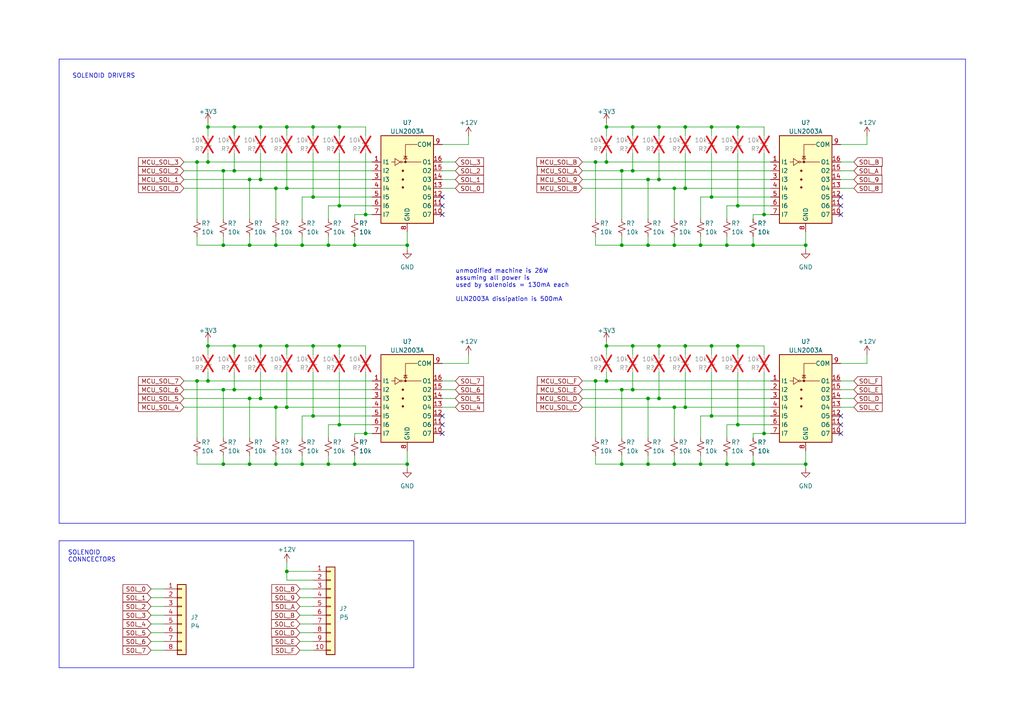
<source format=kicad_sch>
(kicad_sch (version 20230121) (generator eeschema)
  (paper "A4")
  (title_block (title "MECHANICAL INTERFACE") (date "2023-04-16") (rev "1.0") (company "matei repair lab"))
  (junction (at 64.77 134.62))
  (junction (at 60.325 36.83))
  (junction (at 175.895 100.33))
  (junction (at 106.045 125.73))
  (junction (at 198.755 36.83))
  (junction (at 118.11 134.62))
  (junction (at 206.375 120.65))
  (junction (at 203.2 71.12))
  (junction (at 83.185 36.83))
  (junction (at 102.87 134.62))
  (junction (at 195.58 134.62))
  (junction (at 72.39 52.07))
  (junction (at 175.895 110.49))
  (junction (at 183.515 36.83))
  (junction (at 180.34 113.03))
  (junction (at 213.995 123.19))
  (junction (at 64.77 49.53))
  (junction (at 206.375 36.83))
  (junction (at 75.565 100.33))
  (junction (at 180.34 71.12))
  (junction (at 95.25 71.12))
  (junction (at 206.375 100.33))
  (junction (at 83.185 100.33))
  (junction (at 175.895 46.99))
  (junction (at 198.755 54.61))
  (junction (at 191.135 36.83))
  (junction (at 57.15 110.49))
  (junction (at 183.515 113.03))
  (junction (at 98.425 59.69))
  (junction (at 195.58 71.12))
  (junction (at 67.945 36.83))
  (junction (at 187.96 52.07))
  (junction (at 98.425 123.19))
  (junction (at 83.185 54.61))
  (junction (at 72.39 115.57))
  (junction (at 213.995 59.69))
  (junction (at 60.325 110.49))
  (junction (at 191.135 52.07))
  (junction (at 90.805 57.15))
  (junction (at 118.11 71.12))
  (junction (at 210.82 71.12))
  (junction (at 206.375 57.15))
  (junction (at 60.325 46.99))
  (junction (at 67.945 113.03))
  (junction (at 106.045 62.23))
  (junction (at 80.01 118.11))
  (junction (at 72.39 134.62))
  (junction (at 221.615 62.23))
  (junction (at 198.755 118.11))
  (junction (at 64.77 71.12))
  (junction (at 75.565 52.07))
  (junction (at 87.63 71.12))
  (junction (at 57.15 46.99))
  (junction (at 75.565 36.83))
  (junction (at 183.515 49.53))
  (junction (at 83.185 165.735))
  (junction (at 195.58 118.11))
  (junction (at 172.72 46.99))
  (junction (at 198.755 100.33))
  (junction (at 183.515 100.33))
  (junction (at 180.34 49.53))
  (junction (at 67.945 100.33))
  (junction (at 218.44 71.12))
  (junction (at 83.185 118.11))
  (junction (at 191.135 100.33))
  (junction (at 210.82 134.62))
  (junction (at 90.805 36.83))
  (junction (at 75.565 115.57))
  (junction (at 98.425 100.33))
  (junction (at 221.615 125.73))
  (junction (at 102.87 71.12))
  (junction (at 98.425 36.83))
  (junction (at 233.68 134.62))
  (junction (at 90.805 100.33))
  (junction (at 60.325 100.33))
  (junction (at 80.01 54.61))
  (junction (at 172.72 110.49))
  (junction (at 64.77 113.03))
  (junction (at 80.01 71.12))
  (junction (at 213.995 36.83))
  (junction (at 191.135 115.57))
  (junction (at 213.995 100.33))
  (junction (at 195.58 54.61))
  (junction (at 203.2 134.62))
  (junction (at 233.68 71.12))
  (junction (at 180.34 134.62))
  (junction (at 95.25 134.62))
  (junction (at 80.01 134.62))
  (junction (at 67.945 49.53))
  (junction (at 72.39 71.12))
  (junction (at 87.63 134.62))
  (junction (at 187.96 134.62))
  (junction (at 187.96 115.57))
  (junction (at 218.44 134.62))
  (junction (at 187.96 71.12))
  (junction (at 90.805 120.65))
  (junction (at 175.895 36.83))
  (no_connect (at 243.84 59.69))
  (no_connect (at 128.27 120.65))
  (no_connect (at 243.84 120.65))
  (no_connect (at 128.27 57.15))
  (no_connect (at 243.84 62.23))
  (no_connect (at 243.84 57.15))
  (no_connect (at 128.27 125.73))
  (no_connect (at 128.27 59.69))
  (no_connect (at 128.27 62.23))
  (no_connect (at 243.84 125.73))
  (no_connect (at 128.27 123.19))
  (no_connect (at 243.84 123.19))
  (wire (pts (xy 195.58 54.61) (xy 198.755 54.61)))
  (wire (pts (xy 98.425 102.87) (xy 98.425 100.33)))
  (wire (pts (xy 102.87 132.08) (xy 102.87 134.62)))
  (wire (pts (xy 102.87 125.73) (xy 106.045 125.73)))
  (wire (pts (xy 90.805 39.37) (xy 90.805 36.83)))
  (wire (pts (xy 251.46 105.41) (xy 251.46 102.87)))
  (wire (pts (xy 198.755 107.95) (xy 198.755 118.11)))
  (wire (pts (xy 87.63 132.08) (xy 87.63 134.62)))
  (wire (pts (xy 213.995 36.83) (xy 206.375 36.83)))
  (wire (pts (xy 206.375 39.37) (xy 206.375 36.83)))
  (wire (pts (xy 218.44 68.58) (xy 218.44 71.12)))
  (wire (pts (xy 221.615 44.45) (xy 221.615 62.23)))
  (wire (pts (xy 187.96 127) (xy 187.96 115.57)))
  (wire (pts (xy 64.77 63.5) (xy 64.77 49.53)))
  (wire (pts (xy 60.325 35.56) (xy 60.325 36.83)))
  (wire (pts (xy 195.58 71.12) (xy 203.2 71.12)))
  (wire (pts (xy 206.375 102.87) (xy 206.375 100.33)))
  (wire (pts (xy 168.91 49.53) (xy 180.34 49.53)))
  (wire (pts (xy 213.995 44.45) (xy 213.995 59.69)))
  (wire (pts (xy 60.325 46.99) (xy 107.95 46.99)))
  (wire (pts (xy 210.82 123.19) (xy 213.995 123.19)))
  (wire (pts (xy 175.895 35.56) (xy 175.895 36.83)))
  (wire (pts (xy 187.96 71.12) (xy 195.58 71.12)))
  (wire (pts (xy 95.25 63.5) (xy 95.25 59.69)))
  (wire (pts (xy 180.34 132.08) (xy 180.34 134.62)))
  (wire (pts (xy 183.515 107.95) (xy 183.515 113.03)))
  (wire (pts (xy 221.615 36.83) (xy 213.995 36.83)))
  (wire (pts (xy 118.11 130.81) (xy 118.11 134.62)))
  (wire (pts (xy 221.615 39.37) (xy 221.615 36.83)))
  (wire (pts (xy 83.185 44.45) (xy 83.185 54.61)))
  (wire (pts (xy 83.185 168.275) (xy 90.805 168.275)))
  (wire (pts (xy 87.63 71.12) (xy 95.25 71.12)))
  (wire (pts (xy 233.68 130.81) (xy 233.68 134.62)))
  (wire (pts (xy 47.625 183.515) (xy 43.815 183.515)))
  (wire (pts (xy 83.185 107.95) (xy 83.185 118.11)))
  (wire (pts (xy 64.77 127) (xy 64.77 113.03)))
  (wire (pts (xy 243.84 105.41) (xy 251.46 105.41)))
  (wire (pts (xy 206.375 44.45) (xy 206.375 57.15)))
  (wire (pts (xy 206.375 57.15) (xy 223.52 57.15)))
  (wire (pts (xy 213.995 107.95) (xy 213.995 123.19)))
  (wire (pts (xy 64.77 68.58) (xy 64.77 71.12)))
  (wire (pts (xy 57.15 71.12) (xy 64.77 71.12)))
  (wire (pts (xy 243.84 110.49) (xy 247.65 110.49)))
  (wire (pts (xy 213.995 59.69) (xy 223.52 59.69)))
  (wire (pts (xy 80.01 54.61) (xy 83.185 54.61)))
  (wire (pts (xy 98.425 59.69) (xy 107.95 59.69)))
  (wire (pts (xy 135.89 105.41) (xy 128.27 105.41)))
  (wire (pts (xy 75.565 115.57) (xy 107.95 115.57)))
  (wire (pts (xy 95.25 123.19) (xy 98.425 123.19)))
  (wire (pts (xy 72.39 132.08) (xy 72.39 134.62)))
  (wire (pts (xy 221.615 125.73) (xy 223.52 125.73)))
  (wire (pts (xy 180.34 134.62) (xy 187.96 134.62)))
  (wire (pts (xy 67.945 39.37) (xy 67.945 36.83)))
  (wire (pts (xy 198.755 100.33) (xy 191.135 100.33)))
  (wire (pts (xy 187.96 134.62) (xy 195.58 134.62)))
  (wire (pts (xy 67.945 49.53) (xy 107.95 49.53)))
  (wire (pts (xy 80.01 68.58) (xy 80.01 71.12)))
  (wire (pts (xy 198.755 44.45) (xy 198.755 54.61)))
  (wire (pts (xy 106.045 36.83) (xy 98.425 36.83)))
  (wire (pts (xy 95.25 71.12) (xy 102.87 71.12)))
  (wire (pts (xy 168.91 54.61) (xy 195.58 54.61)))
  (wire (pts (xy 118.11 135.89) (xy 118.11 134.62)))
  (wire (pts (xy 83.185 163.195) (xy 83.185 165.735)))
  (wire (pts (xy 67.945 102.87) (xy 67.945 100.33)))
  (wire (pts (xy 175.895 110.49) (xy 223.52 110.49)))
  (wire (pts (xy 175.895 102.87) (xy 175.895 100.33)))
  (wire (pts (xy 175.895 44.45) (xy 175.895 46.99)))
  (wire (pts (xy 72.39 134.62) (xy 80.01 134.62)))
  (wire (pts (xy 102.87 62.23) (xy 106.045 62.23)))
  (wire (pts (xy 57.15 127) (xy 57.15 110.49)))
  (wire (pts (xy 198.755 39.37) (xy 198.755 36.83)))
  (wire (pts (xy 83.185 36.83) (xy 75.565 36.83)))
  (wire (pts (xy 172.72 68.58) (xy 172.72 71.12)))
  (wire (pts (xy 168.91 110.49) (xy 172.72 110.49)))
  (wire (pts (xy 75.565 102.87) (xy 75.565 100.33)))
  (wire (pts (xy 187.96 63.5) (xy 187.96 52.07)))
  (wire (pts (xy 106.045 100.33) (xy 98.425 100.33)))
  (wire (pts (xy 90.805 188.595) (xy 86.995 188.595)))
  (wire (pts (xy 243.84 49.53) (xy 247.65 49.53)))
  (wire (pts (xy 195.58 63.5) (xy 195.58 54.61)))
  (wire (pts (xy 106.045 39.37) (xy 106.045 36.83)))
  (wire (pts (xy 57.15 46.99) (xy 60.325 46.99)))
  (wire (pts (xy 90.805 100.33) (xy 83.185 100.33)))
  (wire (pts (xy 187.96 68.58) (xy 187.96 71.12)))
  (wire (pts (xy 206.375 100.33) (xy 198.755 100.33)))
  (wire (pts (xy 98.425 100.33) (xy 90.805 100.33)))
  (wire (pts (xy 75.565 52.07) (xy 107.95 52.07)))
  (wire (pts (xy 57.15 132.08) (xy 57.15 134.62)))
  (wire (pts (xy 175.895 99.06) (xy 175.895 100.33)))
  (wire (pts (xy 80.01 63.5) (xy 80.01 54.61)))
  (polyline (pts (xy 17.145 193.675) (xy 120.015 193.675)))
  (wire (pts (xy 198.755 118.11) (xy 223.52 118.11)))
  (wire (pts (xy 98.425 123.19) (xy 107.95 123.19)))
  (wire (pts (xy 95.25 132.08) (xy 95.25 134.62)))
  (wire (pts (xy 183.515 113.03) (xy 223.52 113.03)))
  (wire (pts (xy 172.72 132.08) (xy 172.72 134.62)))
  (wire (pts (xy 90.805 180.975) (xy 86.995 180.975)))
  (wire (pts (xy 53.34 46.99) (xy 57.15 46.99)))
  (wire (pts (xy 83.185 165.735) (xy 90.805 165.735)))
  (wire (pts (xy 213.995 100.33) (xy 206.375 100.33)))
  (wire (pts (xy 128.27 49.53) (xy 132.08 49.53)))
  (wire (pts (xy 180.34 63.5) (xy 180.34 49.53)))
  (wire (pts (xy 102.87 127) (xy 102.87 125.73)))
  (wire (pts (xy 183.515 100.33) (xy 175.895 100.33)))
  (wire (pts (xy 168.91 115.57) (xy 187.96 115.57)))
  (wire (pts (xy 83.185 100.33) (xy 75.565 100.33)))
  (wire (pts (xy 191.135 115.57) (xy 223.52 115.57)))
  (wire (pts (xy 203.2 120.65) (xy 206.375 120.65)))
  (wire (pts (xy 67.945 113.03) (xy 107.95 113.03)))
  (wire (pts (xy 43.815 170.815) (xy 47.625 170.815)))
  (wire (pts (xy 128.27 118.11) (xy 132.08 118.11)))
  (wire (pts (xy 203.2 134.62) (xy 210.82 134.62)))
  (wire (pts (xy 87.63 63.5) (xy 87.63 57.15)))
  (wire (pts (xy 90.805 175.895) (xy 86.995 175.895)))
  (wire (pts (xy 187.96 132.08) (xy 187.96 134.62)))
  (wire (pts (xy 75.565 100.33) (xy 67.945 100.33)))
  (wire (pts (xy 206.375 107.95) (xy 206.375 120.65)))
  (wire (pts (xy 128.27 110.49) (xy 132.08 110.49)))
  (wire (pts (xy 195.58 134.62) (xy 203.2 134.62)))
  (wire (pts (xy 172.72 127) (xy 172.72 110.49)))
  (wire (pts (xy 168.91 46.99) (xy 172.72 46.99)))
  (wire (pts (xy 243.84 115.57) (xy 247.65 115.57)))
  (wire (pts (xy 243.84 118.11) (xy 247.65 118.11)))
  (wire (pts (xy 47.625 188.595) (xy 43.815 188.595)))
  (wire (pts (xy 53.34 52.07) (xy 72.39 52.07)))
  (wire (pts (xy 106.045 44.45) (xy 106.045 62.23)))
  (wire (pts (xy 72.39 115.57) (xy 75.565 115.57)))
  (wire (pts (xy 67.945 36.83) (xy 60.325 36.83)))
  (wire (pts (xy 83.185 54.61) (xy 107.95 54.61)))
  (polyline (pts (xy 120.015 193.675) (xy 120.015 156.845)))
  (wire (pts (xy 233.68 72.39) (xy 233.68 71.12)))
  (wire (pts (xy 180.34 68.58) (xy 180.34 71.12)))
  (wire (pts (xy 243.84 54.61) (xy 247.65 54.61)))
  (wire (pts (xy 135.89 102.87) (xy 135.89 105.41)))
  (wire (pts (xy 180.34 127) (xy 180.34 113.03)))
  (wire (pts (xy 218.44 71.12) (xy 233.68 71.12)))
  (wire (pts (xy 195.58 118.11) (xy 198.755 118.11)))
  (wire (pts (xy 210.82 127) (xy 210.82 123.19)))
  (wire (pts (xy 90.805 36.83) (xy 83.185 36.83)))
  (wire (pts (xy 67.945 100.33) (xy 60.325 100.33)))
  (wire (pts (xy 80.01 134.62) (xy 87.63 134.62)))
  (wire (pts (xy 180.34 71.12) (xy 187.96 71.12)))
  (wire (pts (xy 218.44 132.08) (xy 218.44 134.62)))
  (wire (pts (xy 72.39 52.07) (xy 75.565 52.07)))
  (wire (pts (xy 233.68 67.31) (xy 233.68 71.12)))
  (wire (pts (xy 60.325 44.45) (xy 60.325 46.99)))
  (wire (pts (xy 87.63 134.62) (xy 95.25 134.62)))
  (wire (pts (xy 203.2 57.15) (xy 206.375 57.15)))
  (wire (pts (xy 98.425 36.83) (xy 90.805 36.83)))
  (wire (pts (xy 187.96 52.07) (xy 191.135 52.07)))
  (wire (pts (xy 172.72 71.12) (xy 180.34 71.12)))
  (wire (pts (xy 67.945 44.45) (xy 67.945 49.53)))
  (wire (pts (xy 53.34 110.49) (xy 57.15 110.49)))
  (polyline (pts (xy 17.145 156.845) (xy 17.145 193.675)))
  (wire (pts (xy 90.805 173.355) (xy 86.995 173.355)))
  (wire (pts (xy 198.755 102.87) (xy 198.755 100.33)))
  (wire (pts (xy 203.2 71.12) (xy 210.82 71.12)))
  (wire (pts (xy 87.63 57.15) (xy 90.805 57.15)))
  (polyline (pts (xy 17.145 151.765) (xy 280.035 151.765)))
  (wire (pts (xy 53.34 113.03) (xy 64.77 113.03)))
  (wire (pts (xy 243.84 52.07) (xy 247.65 52.07)))
  (wire (pts (xy 83.185 39.37) (xy 83.185 36.83)))
  (wire (pts (xy 210.82 59.69) (xy 213.995 59.69)))
  (wire (pts (xy 206.375 120.65) (xy 223.52 120.65)))
  (wire (pts (xy 72.39 63.5) (xy 72.39 52.07)))
  (wire (pts (xy 198.755 36.83) (xy 191.135 36.83)))
  (wire (pts (xy 128.27 113.03) (xy 132.08 113.03)))
  (wire (pts (xy 218.44 125.73) (xy 221.615 125.73)))
  (wire (pts (xy 183.515 102.87) (xy 183.515 100.33)))
  (wire (pts (xy 60.325 102.87) (xy 60.325 100.33)))
  (wire (pts (xy 87.63 120.65) (xy 90.805 120.65)))
  (wire (pts (xy 210.82 132.08) (xy 210.82 134.62)))
  (wire (pts (xy 172.72 110.49) (xy 175.895 110.49)))
  (wire (pts (xy 195.58 127) (xy 195.58 118.11)))
  (wire (pts (xy 102.87 63.5) (xy 102.87 62.23)))
  (wire (pts (xy 47.625 175.895) (xy 43.815 175.895)))
  (wire (pts (xy 172.72 63.5) (xy 172.72 46.99)))
  (wire (pts (xy 191.135 44.45) (xy 191.135 52.07)))
  (wire (pts (xy 53.34 115.57) (xy 72.39 115.57)))
  (wire (pts (xy 75.565 36.83) (xy 67.945 36.83)))
  (wire (pts (xy 118.11 67.31) (xy 118.11 71.12)))
  (wire (pts (xy 243.84 46.99) (xy 247.65 46.99)))
  (polyline (pts (xy 17.145 17.145) (xy 280.035 17.145)))
  (wire (pts (xy 57.15 68.58) (xy 57.15 71.12)))
  (wire (pts (xy 102.87 68.58) (xy 102.87 71.12)))
  (wire (pts (xy 203.2 132.08) (xy 203.2 134.62)))
  (wire (pts (xy 60.325 110.49) (xy 107.95 110.49)))
  (wire (pts (xy 175.895 39.37) (xy 175.895 36.83)))
  (polyline (pts (xy 280.035 151.765) (xy 280.035 17.145)))
  (wire (pts (xy 218.44 62.23) (xy 221.615 62.23)))
  (wire (pts (xy 47.625 180.975) (xy 43.815 180.975)))
  (wire (pts (xy 75.565 39.37) (xy 75.565 36.83)))
  (wire (pts (xy 191.135 39.37) (xy 191.135 36.83)))
  (wire (pts (xy 218.44 63.5) (xy 218.44 62.23)))
  (wire (pts (xy 64.77 71.12) (xy 72.39 71.12)))
  (wire (pts (xy 213.995 39.37) (xy 213.995 36.83)))
  (wire (pts (xy 90.805 170.815) (xy 86.995 170.815)))
  (wire (pts (xy 83.185 102.87) (xy 83.185 100.33)))
  (wire (pts (xy 172.72 46.99) (xy 175.895 46.99)))
  (wire (pts (xy 90.805 57.15) (xy 107.95 57.15)))
  (wire (pts (xy 98.425 39.37) (xy 98.425 36.83)))
  (wire (pts (xy 64.77 132.08) (xy 64.77 134.62)))
  (wire (pts (xy 233.68 135.89) (xy 233.68 134.62)))
  (wire (pts (xy 175.895 107.95) (xy 175.895 110.49)))
  (wire (pts (xy 168.91 113.03) (xy 180.34 113.03)))
  (wire (pts (xy 210.82 71.12) (xy 218.44 71.12)))
  (wire (pts (xy 90.805 183.515) (xy 86.995 183.515)))
  (wire (pts (xy 106.045 62.23) (xy 107.95 62.23)))
  (wire (pts (xy 75.565 44.45) (xy 75.565 52.07)))
  (wire (pts (xy 64.77 134.62) (xy 72.39 134.62)))
  (wire (pts (xy 221.615 62.23) (xy 223.52 62.23)))
  (wire (pts (xy 60.325 39.37) (xy 60.325 36.83)))
  (wire (pts (xy 206.375 36.83) (xy 198.755 36.83)))
  (wire (pts (xy 210.82 63.5) (xy 210.82 59.69)))
  (wire (pts (xy 106.045 102.87) (xy 106.045 100.33)))
  (wire (pts (xy 128.27 46.99) (xy 132.08 46.99)))
  (wire (pts (xy 87.63 68.58) (xy 87.63 71.12)))
  (wire (pts (xy 128.27 52.07) (xy 132.08 52.07)))
  (wire (pts (xy 135.89 41.91) (xy 128.27 41.91)))
  (wire (pts (xy 90.805 44.45) (xy 90.805 57.15)))
  (wire (pts (xy 218.44 134.62) (xy 233.68 134.62)))
  (wire (pts (xy 187.96 115.57) (xy 191.135 115.57)))
  (wire (pts (xy 203.2 127) (xy 203.2 120.65)))
  (wire (pts (xy 180.34 49.53) (xy 183.515 49.53)))
  (wire (pts (xy 90.805 178.435) (xy 86.995 178.435)))
  (wire (pts (xy 221.615 107.95) (xy 221.615 125.73)))
  (wire (pts (xy 87.63 127) (xy 87.63 120.65)))
  (wire (pts (xy 203.2 68.58) (xy 203.2 71.12)))
  (wire (pts (xy 251.46 41.91) (xy 243.84 41.91)))
  (wire (pts (xy 72.39 68.58) (xy 72.39 71.12)))
  (wire (pts (xy 95.25 127) (xy 95.25 123.19)))
  (wire (pts (xy 95.25 59.69) (xy 98.425 59.69)))
  (wire (pts (xy 191.135 107.95) (xy 191.135 115.57)))
  (wire (pts (xy 191.135 100.33) (xy 183.515 100.33)))
  (wire (pts (xy 83.185 168.275) (xy 83.185 165.735)))
  (wire (pts (xy 135.89 39.37) (xy 135.89 41.91)))
  (wire (pts (xy 183.515 39.37) (xy 183.515 36.83)))
  (wire (pts (xy 191.135 36.83) (xy 183.515 36.83)))
  (wire (pts (xy 60.325 107.95) (xy 60.325 110.49)))
  (wire (pts (xy 198.755 54.61) (xy 223.52 54.61)))
  (wire (pts (xy 243.84 113.03) (xy 247.65 113.03)))
  (wire (pts (xy 80.01 127) (xy 80.01 118.11)))
  (wire (pts (xy 80.01 118.11) (xy 83.185 118.11)))
  (wire (pts (xy 221.615 102.87) (xy 221.615 100.33)))
  (polyline (pts (xy 17.145 156.845) (xy 120.015 156.845)))
  (wire (pts (xy 95.25 68.58) (xy 95.25 71.12)))
  (wire (pts (xy 98.425 107.95) (xy 98.425 123.19)))
  (wire (pts (xy 72.39 127) (xy 72.39 115.57)))
  (wire (pts (xy 102.87 134.62) (xy 118.11 134.62)))
  (wire (pts (xy 90.805 107.95) (xy 90.805 120.65)))
  (wire (pts (xy 53.34 118.11) (xy 80.01 118.11)))
  (wire (pts (xy 195.58 132.08) (xy 195.58 134.62)))
  (wire (pts (xy 57.15 110.49) (xy 60.325 110.49)))
  (wire (pts (xy 53.34 49.53) (xy 64.77 49.53)))
  (wire (pts (xy 67.945 107.95) (xy 67.945 113.03)))
  (wire (pts (xy 180.34 113.03) (xy 183.515 113.03)))
  (wire (pts (xy 168.91 52.07) (xy 187.96 52.07)))
  (wire (pts (xy 64.77 113.03) (xy 67.945 113.03)))
  (wire (pts (xy 80.01 132.08) (xy 80.01 134.62)))
  (wire (pts (xy 106.045 125.73) (xy 107.95 125.73)))
  (wire (pts (xy 128.27 54.61) (xy 132.08 54.61)))
  (wire (pts (xy 251.46 39.37) (xy 251.46 41.91)))
  (wire (pts (xy 57.15 134.62) (xy 64.77 134.62)))
  (wire (pts (xy 218.44 127) (xy 218.44 125.73)))
  (wire (pts (xy 183.515 49.53) (xy 223.52 49.53)))
  (wire (pts (xy 210.82 134.62) (xy 218.44 134.62)))
  (wire (pts (xy 102.87 71.12) (xy 118.11 71.12)))
  (wire (pts (xy 60.325 99.06) (xy 60.325 100.33)))
  (wire (pts (xy 64.77 49.53) (xy 67.945 49.53)))
  (wire (pts (xy 118.11 72.39) (xy 118.11 71.12)))
  (wire (pts (xy 47.625 178.435) (xy 43.815 178.435)))
  (wire (pts (xy 203.2 63.5) (xy 203.2 57.15)))
  (wire (pts (xy 213.995 123.19) (xy 223.52 123.19)))
  (wire (pts (xy 80.01 71.12) (xy 87.63 71.12)))
  (wire (pts (xy 183.515 44.45) (xy 183.515 49.53)))
  (wire (pts (xy 47.625 186.055) (xy 43.815 186.055)))
  (wire (pts (xy 183.515 36.83) (xy 175.895 36.83)))
  (wire (pts (xy 210.82 68.58) (xy 210.82 71.12)))
  (wire (pts (xy 90.805 120.65) (xy 107.95 120.65)))
  (wire (pts (xy 172.72 134.62) (xy 180.34 134.62)))
  (wire (pts (xy 47.625 173.355) (xy 43.815 173.355)))
  (wire (pts (xy 90.805 102.87) (xy 90.805 100.33)))
  (wire (pts (xy 191.135 52.07) (xy 223.52 52.07)))
  (wire (pts (xy 213.995 102.87) (xy 213.995 100.33)))
  (wire (pts (xy 195.58 68.58) (xy 195.58 71.12)))
  (wire (pts (xy 90.805 186.055) (xy 86.995 186.055)))
  (wire (pts (xy 83.185 118.11) (xy 107.95 118.11)))
  (wire (pts (xy 175.895 46.99) (xy 223.52 46.99)))
  (wire (pts (xy 57.15 63.5) (xy 57.15 46.99)))
  (wire (pts (xy 75.565 107.95) (xy 75.565 115.57)))
  (wire (pts (xy 168.91 118.11) (xy 195.58 118.11)))
  (wire (pts (xy 95.25 134.62) (xy 102.87 134.62)))
  (wire (pts (xy 98.425 44.45) (xy 98.425 59.69)))
  (wire (pts (xy 106.045 107.95) (xy 106.045 125.73)))
  (wire (pts (xy 128.27 115.57) (xy 132.08 115.57)))
  (polyline (pts (xy 17.145 17.145) (xy 17.145 151.765)))
  (wire (pts (xy 191.135 102.87) (xy 191.135 100.33)))
  (wire (pts (xy 53.34 54.61) (xy 80.01 54.61)))
  (wire (pts (xy 221.615 100.33) (xy 213.995 100.33)))
  (wire (pts (xy 72.39 71.12) (xy 80.01 71.12)))
  (text "unmodified machine is 26W\nassuming all power is \nused by solenoids = 130mA each\n\nULN2003A dissipation is 500mA\n" (at 132.08 87.63 0) (effects (font (size 1.27 1.27)) (justify left bottom)))
  (text "SOLENOID DRIVERS" (at 20.955 22.86 0) (effects (font (size 1.27 1.27)) (justify left bottom)))
  (text "SOLENOID \nCONNCECTORS" (at 19.685 163.195 0) (effects (font (size 1.27 1.27)) (justify left bottom)))
  (global_label "SOL_3" (shape input) (at 43.815 178.435 180) (property "Intersheetrefs" "${INTERSHEET_REFS}" (effects hide)))
  (global_label "MCU_SOL_9" (shape input) (at 168.91 52.07 180) (property "Intersheetrefs" "${INTERSHEET_REFS}" (effects hide)))
  (global_label "MCU_SOL_8" (shape input) (at 168.91 54.61 180) (property "Intersheetrefs" "${INTERSHEET_REFS}" (effects hide)))
  (global_label "SOL_2" (shape input) (at 132.08 49.53 0) (property "Intersheetrefs" "${INTERSHEET_REFS}" (effects hide)))
  (global_label "MCU_SOL_D" (shape input) (at 168.91 115.57 180) (property "Intersheetrefs" "${INTERSHEET_REFS}" (effects hide)))
  (global_label "MCU_SOL_3" (shape input) (at 53.34 46.99 180) (property "Intersheetrefs" "${INTERSHEET_REFS}" (effects hide)))
  (global_label "SOL_1" (shape input) (at 43.815 173.355 180) (property "Intersheetrefs" "${INTERSHEET_REFS}" (effects hide)))
  (global_label "SOL_6" (shape input) (at 43.815 186.055 180) (property "Intersheetrefs" "${INTERSHEET_REFS}" (effects hide)))
  (global_label "SOL_B" (shape input) (at 86.995 178.435 180) (property "Intersheetrefs" "${INTERSHEET_REFS}" (effects hide)))
  (global_label "MCU_SOL_4" (shape input) (at 53.34 118.11 180) (property "Intersheetrefs" "${INTERSHEET_REFS}" (effects hide)))
  (global_label "SOL_1" (shape input) (at 132.08 52.07 0) (property "Intersheetrefs" "${INTERSHEET_REFS}" (effects hide)))
  (global_label "MCU_SOL_E" (shape input) (at 168.91 113.03 180) (property "Intersheetrefs" "${INTERSHEET_REFS}" (effects hide)))
  (global_label "SOL_8" (shape input) (at 86.995 170.815 180) (property "Intersheetrefs" "${INTERSHEET_REFS}" (effects hide)))
  (global_label "MCU_SOL_0" (shape input) (at 53.34 54.61 180) (property "Intersheetrefs" "${INTERSHEET_REFS}" (effects hide)))
  (global_label "SOL_4" (shape input) (at 132.08 118.11 0) (property "Intersheetrefs" "${INTERSHEET_REFS}" (effects hide)))
  (global_label "SOL_E" (shape input) (at 247.65 113.03 0) (property "Intersheetrefs" "${INTERSHEET_REFS}" (effects hide)))
  (global_label "MCU_SOL_5" (shape input) (at 53.34 115.57 180) (property "Intersheetrefs" "${INTERSHEET_REFS}" (effects hide)))
  (global_label "SOL_3" (shape input) (at 132.08 46.99 0) (property "Intersheetrefs" "${INTERSHEET_REFS}" (effects hide)))
  (global_label "SOL_9" (shape input) (at 86.995 173.355 180) (property "Intersheetrefs" "${INTERSHEET_REFS}" (effects hide)))
  (global_label "MCU_SOL_1" (shape input) (at 53.34 52.07 180) (property "Intersheetrefs" "${INTERSHEET_REFS}" (effects hide)))
  (global_label "SOL_C" (shape input) (at 86.995 180.975 180) (property "Intersheetrefs" "${INTERSHEET_REFS}" (effects hide)))
  (global_label "SOL_5" (shape input) (at 43.815 183.515 180) (property "Intersheetrefs" "${INTERSHEET_REFS}" (effects hide)))
  (global_label "MCU_SOL_B" (shape input) (at 168.91 46.99 180) (property "Intersheetrefs" "${INTERSHEET_REFS}" (effects hide)))
  (global_label "SOL_7" (shape input) (at 132.08 110.49 0) (property "Intersheetrefs" "${INTERSHEET_REFS}" (effects hide)))
  (global_label "MCU_SOL_C" (shape input) (at 168.91 118.11 180) (property "Intersheetrefs" "${INTERSHEET_REFS}" (effects hide)))
  (global_label "MCU_SOL_F" (shape input) (at 168.91 110.49 180) (property "Intersheetrefs" "${INTERSHEET_REFS}" (effects hide)))
  (global_label "MCU_SOL_A" (shape input) (at 168.91 49.53 180) (property "Intersheetrefs" "${INTERSHEET_REFS}" (effects hide)))
  (global_label "SOL_F" (shape input) (at 86.995 188.595 180) (property "Intersheetrefs" "${INTERSHEET_REFS}" (effects hide)))
  (global_label "SOL_9" (shape input) (at 247.65 52.07 0) (property "Intersheetrefs" "${INTERSHEET_REFS}" (effects hide)))
  (global_label "SOL_5" (shape input) (at 132.08 115.57 0) (property "Intersheetrefs" "${INTERSHEET_REFS}" (effects hide)))
  (global_label "SOL_D" (shape input) (at 247.65 115.57 0) (property "Intersheetrefs" "${INTERSHEET_REFS}" (effects hide)))
  (global_label "MCU_SOL_2" (shape input) (at 53.34 49.53 180) (property "Intersheetrefs" "${INTERSHEET_REFS}" (effects hide)))
  (global_label "SOL_E" (shape input) (at 86.995 186.055 180) (property "Intersheetrefs" "${INTERSHEET_REFS}" (effects hide)))
  (global_label "SOL_D" (shape input) (at 86.995 183.515 180) (property "Intersheetrefs" "${INTERSHEET_REFS}" (effects hide)))
  (global_label "SOL_A" (shape input) (at 247.65 49.53 0) (property "Intersheetrefs" "${INTERSHEET_REFS}" (effects hide)))
  (global_label "SOL_C" (shape input) (at 247.65 118.11 0) (property "Intersheetrefs" "${INTERSHEET_REFS}" (effects hide)))
  (global_label "MCU_SOL_7" (shape input) (at 53.34 110.49 180) (property "Intersheetrefs" "${INTERSHEET_REFS}" (effects hide)))
  (global_label "SOL_7" (shape input) (at 43.815 188.595 180) (property "Intersheetrefs" "${INTERSHEET_REFS}" (effects hide)))
  (global_label "MCU_SOL_6" (shape input) (at 53.34 113.03 180) (property "Intersheetrefs" "${INTERSHEET_REFS}" (effects hide)))
  (global_label "SOL_4" (shape input) (at 43.815 180.975 180) (property "Intersheetrefs" "${INTERSHEET_REFS}" (effects hide)))
  (global_label "SOL_8" (shape input) (at 247.65 54.61 0) (property "Intersheetrefs" "${INTERSHEET_REFS}" (effects hide)))
  (global_label "SOL_0" (shape input) (at 132.08 54.61 0) (property "Intersheetrefs" "${INTERSHEET_REFS}" (effects hide)))
  (global_label "SOL_2" (shape input) (at 43.815 175.895 180) (property "Intersheetrefs" "${INTERSHEET_REFS}" (effects hide)))
  (global_label "SOL_6" (shape input) (at 132.08 113.03 0) (property "Intersheetrefs" "${INTERSHEET_REFS}" (effects hide)))
  (global_label "SOL_0" (shape input) (at 43.815 170.815 180) (property "Intersheetrefs" "${INTERSHEET_REFS}" (effects hide)))
  (global_label "SOL_F" (shape input) (at 247.65 110.49 0) (property "Intersheetrefs" "${INTERSHEET_REFS}" (effects hide)))
  (global_label "SOL_B" (shape input) (at 247.65 46.99 0) (property "Intersheetrefs" "${INTERSHEET_REFS}" (effects hide)))
  (global_label "SOL_A" (shape input) (at 86.995 175.895 180) (property "Intersheetrefs" "${INTERSHEET_REFS}" (effects hide)))
  (symbol (lib_id "Device:R_Small_US") (at 206.375 105.41 180) (unit 1) (in_bom no) (dnp yes)
    (property "Reference" "R?" (at 205.105 106.68 0) (effects (justify left)))
    (property "Value" "10k" (at 205.105 104.14 0) (effects (justify left)))
    (property "Footprint" "Resistor_SMD:R_0603_1608Metric" (effects hide))
    (instances (project "electronic-knitter" (path "" (reference "R?") (unit 1)) (path "" (reference "R248") (unit 1))))
  )
  (symbol (lib_id "Device:R_Small_US") (at 106.045 105.41 180) (unit 1) (in_bom no) (dnp yes)
    (property "Reference" "R?" (at 104.775 106.68 0) (effects (justify left)))
    (property "Value" "10k" (at 104.775 104.14 0) (effects (justify left)))
    (property "Footprint" "Resistor_SMD:R_0603_1608Metric" (effects hide))
    (instances (project "electronic-knitter" (path "" (reference "R?") (unit 1)) (path "" (reference "R228") (unit 1))))
  )
  (symbol (lib_id "Device:R_Small_US") (at 90.805 41.91 180) (unit 1) (in_bom no) (dnp yes)
    (property "Reference" "R?" (at 89.535 43.18 0) (effects (justify left)))
    (property "Value" "10k" (at 89.535 40.64 0) (effects (justify left)))
    (property "Footprint" "Resistor_SMD:R_0603_1608Metric" (effects hide))
    (instances (project "electronic-knitter" (path "" (reference "R?") (unit 1)) (path "" (reference "R219") (unit 1))))
  )
  (symbol (lib_id "power:GND") (at 233.68 72.39 0) (unit 1)
    (property "Reference" "#PWR0104" (effects hide))
    (property "Value" "GND" (at 233.68 77.47 0))
    (instances (project "electronic-knitter" (path "" (reference "#PWR0104") (unit 1)) (path "" (reference "#PWR0210") (unit 1))))
  )
  (symbol (lib_id "Device:R_Small_US") (at 203.2 66.04 0) (unit 1)
    (property "Reference" "R?" (at 204.47 64.77 0) (effects (justify left)))
    (property "Value" "10k" (at 204.47 67.31 0) (effects (justify left)))
    (property "Footprint" "Resistor_SMD:R_0603_1608Metric" (effects hide))
    (instances (project "electronic-knitter" (path "" (reference "R?") (unit 1)) (path "" (reference "R245") (unit 1))))
  )
  (symbol (lib_id "Transistor_Array:ULN2003A") (at 118.11 52.07 0) (unit 1)
    (property "Reference" "U?" (at 118.11 35.56 0))
    (property "Value" "ULN2003A" (at 118.11 38.1 0))
    (property "Footprint" "Package_SO:SOIC-16_3.9x9.9mm_P1.27mm" (effects hide))
    (property "Datasheet" "http://www.ti.com/lit/ds/symlink/uln2003a.pdf" (effects hide))
    (instances (project "electronic-knitter" (path "" (reference "U?") (unit 1)) (path "" (reference "U201") (unit 1))))
  )
  (symbol (lib_id "Device:R_Small_US") (at 87.63 66.04 0) (unit 1)
    (property "Reference" "R?" (at 88.9 64.77 0) (effects (justify left)))
    (property "Value" "10k" (at 88.9 67.31 0) (effects (justify left)))
    (property "Footprint" "Resistor_SMD:R_0603_1608Metric" (effects hide))
    (instances (project "electronic-knitter" (path "" (reference "R?") (unit 1)) (path "" (reference "R217") (unit 1))))
  )
  (symbol (lib_id "Device:R_Small_US") (at 95.25 129.54 0) (unit 1)
    (property "Reference" "R?" (at 96.52 128.27 0) (effects (justify left)))
    (property "Value" "10k" (at 96.52 130.81 0) (effects (justify left)))
    (property "Footprint" "Resistor_SMD:R_0603_1608Metric" (effects hide))
    (instances (project "electronic-knitter" (path "" (reference "R?") (unit 1)) (path "" (reference "R222") (unit 1))))
  )
  (symbol (lib_id "power:GND") (at 118.11 135.89 0) (unit 1)
    (property "Reference" "#PWR0101" (effects hide))
    (property "Value" "GND" (at 118.11 140.97 0))
    (instances (project "electronic-knitter" (path "" (reference "#PWR0101") (unit 1)) (path "" (reference "#PWR0205") (unit 1))))
  )
  (symbol (lib_id "Device:R_Small_US") (at 221.615 41.91 180) (unit 1) (in_bom no) (dnp yes)
    (property "Reference" "R?" (at 220.345 43.18 0) (effects (justify left)))
    (property "Value" "10k" (at 220.345 40.64 0) (effects (justify left)))
    (property "Footprint" "Resistor_SMD:R_0603_1608Metric" (effects hide))
    (instances (project "electronic-knitter" (path "" (reference "R?") (unit 1)) (path "" (reference "R255") (unit 1))))
  )
  (symbol (lib_id "power:GND") (at 233.68 135.89 0) (unit 1)
    (property "Reference" "#PWR0104" (effects hide))
    (property "Value" "GND" (at 233.68 140.97 0))
    (instances (project "electronic-knitter" (path "" (reference "#PWR0104") (unit 1)) (path "" (reference "#PWR0211") (unit 1))))
  )
  (symbol (lib_id "power:+3V3") (at 175.895 99.06 0) (unit 1)
    (property "Reference" "#PWR0209" (effects hide))
    (property "Value" "+3V3" (at 175.895 95.885 0))
  )
  (symbol (lib_id "Device:R_Small_US") (at 95.25 66.04 0) (unit 1)
    (property "Reference" "R?" (at 96.52 64.77 0) (effects (justify left)))
    (property "Value" "10k" (at 96.52 67.31 0) (effects (justify left)))
    (property "Footprint" "Resistor_SMD:R_0603_1608Metric" (effects hide))
    (instances (project "electronic-knitter" (path "" (reference "R?") (unit 1)) (path "" (reference "R221") (unit 1))))
  )
  (symbol (lib_id "Device:R_Small_US") (at 180.34 66.04 0) (unit 1)
    (property "Reference" "R?" (at 181.61 64.77 0) (effects (justify left)))
    (property "Value" "10k" (at 181.61 67.31 0) (effects (justify left)))
    (property "Footprint" "Resistor_SMD:R_0603_1608Metric" (effects hide))
    (instances (project "electronic-knitter" (path "" (reference "R?") (unit 1)) (path "" (reference "R233") (unit 1))))
  )
  (symbol (lib_id "Device:R_Small_US") (at 183.515 41.91 180) (unit 1) (in_bom no) (dnp yes)
    (property "Reference" "R?" (at 182.245 43.18 0) (effects (justify left)))
    (property "Value" "10k" (at 182.245 40.64 0) (effects (justify left)))
    (property "Footprint" "Resistor_SMD:R_0603_1608Metric" (effects hide))
    (instances (project "electronic-knitter" (path "" (reference "R?") (unit 1)) (path "" (reference "R235") (unit 1))))
  )
  (symbol (lib_id "Transistor_Array:ULN2003A") (at 118.11 115.57 0) (unit 1)
    (property "Reference" "U?" (at 118.11 99.06 0))
    (property "Value" "ULN2003A" (at 118.11 101.6 0))
    (property "Footprint" "Package_SO:SOIC-16_3.9x9.9mm_P1.27mm" (effects hide))
    (property "Datasheet" "http://www.ti.com/lit/ds/symlink/uln2003a.pdf" (effects hide))
    (instances (project "electronic-knitter" (path "" (reference "U?") (unit 1)) (path "" (reference "U202") (unit 1))))
  )
  (symbol (lib_id "Device:R_Small_US") (at 210.82 129.54 0) (unit 1)
    (property "Reference" "R?" (at 212.09 128.27 0) (effects (justify left)))
    (property "Value" "10k" (at 212.09 130.81 0) (effects (justify left)))
    (property "Footprint" "Resistor_SMD:R_0603_1608Metric" (effects hide))
    (instances (project "electronic-knitter" (path "" (reference "R?") (unit 1)) (path "" (reference "R250") (unit 1))))
  )
  (symbol (lib_id "Device:R_Small_US") (at 67.945 105.41 180) (unit 1) (in_bom no) (dnp yes)
    (property "Reference" "R?" (at 66.675 106.68 0) (effects (justify left)))
    (property "Value" "10k" (at 66.675 104.14 0) (effects (justify left)))
    (property "Footprint" "Resistor_SMD:R_0603_1608Metric" (effects hide))
    (instances (project "electronic-knitter" (path "" (reference "R?") (unit 1)) (path "" (reference "R208") (unit 1))))
  )
  (symbol (lib_id "Device:R_Small_US") (at 198.755 105.41 180) (unit 1) (in_bom no) (dnp yes)
    (property "Reference" "R?" (at 197.485 106.68 0) (effects (justify left)))
    (property "Value" "10k" (at 197.485 104.14 0) (effects (justify left)))
    (property "Footprint" "Resistor_SMD:R_0603_1608Metric" (effects hide))
    (instances (project "electronic-knitter" (path "" (reference "R?") (unit 1)) (path "" (reference "R244") (unit 1))))
  )
  (symbol (lib_id "Device:R_Small_US") (at 98.425 41.91 180) (unit 1) (in_bom no) (dnp yes)
    (property "Reference" "R?" (at 97.155 43.18 0) (effects (justify left)))
    (property "Value" "10k" (at 97.155 40.64 0) (effects (justify left)))
    (property "Footprint" "Resistor_SMD:R_0603_1608Metric" (effects hide))
    (instances (project "electronic-knitter" (path "" (reference "R?") (unit 1)) (path "" (reference "R223") (unit 1))))
  )
  (symbol (lib_id "Device:R_Small_US") (at 187.96 129.54 0) (unit 1)
    (property "Reference" "R?" (at 189.23 128.27 0) (effects (justify left)))
    (property "Value" "10k" (at 189.23 130.81 0) (effects (justify left)))
    (property "Footprint" "Resistor_SMD:R_0603_1608Metric" (effects hide))
    (instances (project "electronic-knitter" (path "" (reference "R?") (unit 1)) (path "" (reference "R238") (unit 1))))
  )
  (symbol (lib_id "Device:R_Small_US") (at 64.77 66.04 0) (unit 1)
    (property "Reference" "R?" (at 66.04 64.77 0) (effects (justify left)))
    (property "Value" "10k" (at 66.04 67.31 0) (effects (justify left)))
    (property "Footprint" "Resistor_SMD:R_0603_1608Metric" (effects hide))
    (instances (project "electronic-knitter" (path "" (reference "R?") (unit 1)) (path "" (reference "R205") (unit 1))))
  )
  (symbol (lib_id "Device:R_Small_US") (at 60.325 105.41 180) (unit 1) (in_bom no) (dnp yes)
    (property "Reference" "R?" (at 59.055 106.68 0) (effects (justify left)))
    (property "Value" "10k" (at 59.055 104.14 0) (effects (justify left)))
    (property "Footprint" "Resistor_SMD:R_0603_1608Metric" (effects hide))
    (instances (project "electronic-knitter" (path "" (reference "R?") (unit 1)) (path "" (reference "R204") (unit 1))))
  )
  (symbol (lib_id "Device:R_Small_US") (at 106.045 41.91 180) (unit 1) (in_bom no) (dnp yes)
    (property "Reference" "R?" (at 104.775 43.18 0) (effects (justify left)))
    (property "Value" "10k" (at 104.775 40.64 0) (effects (justify left)))
    (property "Footprint" "Resistor_SMD:R_0603_1608Metric" (effects hide))
    (instances (project "electronic-knitter" (path "" (reference "R?") (unit 1)) (path "" (reference "R227") (unit 1))))
  )
  (symbol (lib_id "Device:R_Small_US") (at 90.805 105.41 180) (unit 1) (in_bom no) (dnp yes)
    (property "Reference" "R?" (at 89.535 106.68 0) (effects (justify left)))
    (property "Value" "10k" (at 89.535 104.14 0) (effects (justify left)))
    (property "Footprint" "Resistor_SMD:R_0603_1608Metric" (effects hide))
    (instances (project "electronic-knitter" (path "" (reference "R?") (unit 1)) (path "" (reference "R220") (unit 1))))
  )
  (symbol (lib_id "Device:R_Small_US") (at 83.185 105.41 180) (unit 1) (in_bom no) (dnp yes)
    (property "Reference" "R?" (at 81.915 106.68 0) (effects (justify left)))
    (property "Value" "10k" (at 81.915 104.14 0) (effects (justify left)))
    (property "Footprint" "Resistor_SMD:R_0603_1608Metric" (effects hide))
    (instances (project "electronic-knitter" (path "" (reference "R?") (unit 1)) (path "" (reference "R216") (unit 1))))
  )
  (symbol (lib_id "Device:R_Small_US") (at 64.77 129.54 0) (unit 1)
    (property "Reference" "R?" (at 66.04 128.27 0) (effects (justify left)))
    (property "Value" "10k" (at 66.04 130.81 0) (effects (justify left)))
    (property "Footprint" "Resistor_SMD:R_0603_1608Metric" (effects hide))
    (instances (project "electronic-knitter" (path "" (reference "R?") (unit 1)) (path "" (reference "R206") (unit 1))))
  )
  (symbol (lib_id "Device:R_Small_US") (at 175.895 41.91 180) (unit 1) (in_bom no) (dnp yes)
    (property "Reference" "R?" (at 174.625 43.18 0) (effects (justify left)))
    (property "Value" "10k" (at 174.625 40.64 0) (effects (justify left)))
    (property "Footprint" "Resistor_SMD:R_0603_1608Metric" (effects hide))
    (instances (project "electronic-knitter" (path "" (reference "R?") (unit 1)) (path "" (reference "R231") (unit 1))))
  )
  (symbol (lib_id "Device:R_Small_US") (at 75.565 105.41 180) (unit 1) (in_bom no) (dnp yes)
    (property "Reference" "R?" (at 74.295 106.68 0) (effects (justify left)))
    (property "Value" "10k" (at 74.295 104.14 0) (effects (justify left)))
    (property "Footprint" "Resistor_SMD:R_0603_1608Metric" (effects hide))
    (instances (project "electronic-knitter" (path "" (reference "R?") (unit 1)) (path "" (reference "R212") (unit 1))))
  )
  (symbol (lib_id "power:+3V3") (at 60.325 99.06 0) (unit 1)
    (property "Reference" "#PWR0202" (effects hide))
    (property "Value" "+3V3" (at 60.325 95.885 0))
  )
  (symbol (lib_id "Device:R_Small_US") (at 67.945 41.91 180) (unit 1) (in_bom no) (dnp yes)
    (property "Reference" "R?" (at 66.675 43.18 0) (effects (justify left)))
    (property "Value" "10k" (at 66.675 40.64 0) (effects (justify left)))
    (property "Footprint" "Resistor_SMD:R_0603_1608Metric" (effects hide))
    (instances (project "electronic-knitter" (path "" (reference "R?") (unit 1)) (path "" (reference "R207") (unit 1))))
  )
  (symbol (lib_id "Device:R_Small_US") (at 72.39 66.04 0) (unit 1)
    (property "Reference" "R?" (at 73.66 64.77 0) (effects (justify left)))
    (property "Value" "10k" (at 73.66 67.31 0) (effects (justify left)))
    (property "Footprint" "Resistor_SMD:R_0603_1608Metric" (effects hide))
    (instances (project "electronic-knitter" (path "" (reference "R?") (unit 1)) (path "" (reference "R209") (unit 1))))
  )
  (symbol (lib_id "power:+12V") (at 83.185 163.195 0) (mirror y) (unit 1)
    (property "Reference" "#PWR0105" (effects hide))
    (property "Value" "+12V" (at 83.185 159.385 0))
    (instances (project "electronic-knitter" (path "" (reference "#PWR0105") (unit 1)) (path "" (reference "#PWR0401") (unit 1)) (path "" (reference "#PWR0203") (unit 1))))
  )
  (symbol (lib_id "Device:R_Small_US") (at 187.96 66.04 0) (unit 1)
    (property "Reference" "R?" (at 189.23 64.77 0) (effects (justify left)))
    (property "Value" "10k" (at 189.23 67.31 0) (effects (justify left)))
    (property "Footprint" "Resistor_SMD:R_0603_1608Metric" (effects hide))
    (instances (project "electronic-knitter" (path "" (reference "R?") (unit 1)) (path "" (reference "R237") (unit 1))))
  )
  (symbol (lib_id "Device:R_Small_US") (at 198.755 41.91 180) (unit 1) (in_bom no) (dnp yes)
    (property "Reference" "R?" (at 197.485 43.18 0) (effects (justify left)))
    (property "Value" "10k" (at 197.485 40.64 0) (effects (justify left)))
    (property "Footprint" "Resistor_SMD:R_0603_1608Metric" (effects hide))
    (instances (project "electronic-knitter" (path "" (reference "R?") (unit 1)) (path "" (reference "R243") (unit 1))))
  )
  (symbol (lib_id "Device:R_Small_US") (at 75.565 41.91 180) (unit 1) (in_bom no) (dnp yes)
    (property "Reference" "R?" (at 74.295 43.18 0) (effects (justify left)))
    (property "Value" "10k" (at 74.295 40.64 0) (effects (justify left)))
    (property "Footprint" "Resistor_SMD:R_0603_1608Metric" (effects hide))
    (instances (project "electronic-knitter" (path "" (reference "R?") (unit 1)) (path "" (reference "R211") (unit 1))))
  )
  (symbol (lib_id "Device:R_Small_US") (at 172.72 66.04 0) (unit 1)
    (property "Reference" "R?" (at 173.99 64.77 0) (effects (justify left)))
    (property "Value" "10k" (at 173.99 67.31 0) (effects (justify left)))
    (property "Footprint" "Resistor_SMD:R_0603_1608Metric" (effects hide))
    (instances (project "electronic-knitter" (path "" (reference "R?") (unit 1)) (path "" (reference "R229") (unit 1))))
  )
  (symbol (lib_id "power:+12V") (at 135.89 39.37 0) (unit 1)
    (property "Reference" "#PWR0103" (effects hide))
    (property "Value" "+12V" (at 135.89 35.56 0))
    (instances (project "electronic-knitter" (path "" (reference "#PWR0103") (unit 1)) (path "" (reference "#PWR0206") (unit 1))))
  )
  (symbol (lib_id "Transistor_Array:ULN2003A") (at 233.68 115.57 0) (unit 1)
    (property "Reference" "U?" (at 233.68 99.06 0))
    (property "Value" "ULN2003A" (at 233.68 101.6 0))
    (property "Footprint" "Package_SO:SOIC-16_3.9x9.9mm_P1.27mm" (effects hide))
    (property "Datasheet" "http://www.ti.com/lit/ds/symlink/uln2003a.pdf" (effects hide))
    (instances (project "electronic-knitter" (path "" (reference "U?") (unit 1)) (path "" (reference "U204") (unit 1))))
  )
  (symbol (lib_id "power:GND") (at 118.11 72.39 0) (unit 1)
    (property "Reference" "#PWR0102" (effects hide))
    (property "Value" "GND" (at 118.11 77.47 0))
    (instances (project "electronic-knitter" (path "" (reference "#PWR0102") (unit 1)) (path "" (reference "#PWR0204") (unit 1))))
  )
  (symbol (lib_id "Device:R_Small_US") (at 102.87 129.54 0) (unit 1)
    (property "Reference" "R?" (at 104.14 128.27 0) (effects (justify left)))
    (property "Value" "10k" (at 104.14 130.81 0) (effects (justify left)))
    (property "Footprint" "Resistor_SMD:R_0603_1608Metric" (effects hide))
    (instances (project "electronic-knitter" (path "" (reference "R?") (unit 1)) (path "" (reference "R226") (unit 1))))
  )
  (symbol (lib_id "Device:R_Small_US") (at 80.01 129.54 0) (unit 1)
    (property "Reference" "R?" (at 81.28 128.27 0) (effects (justify left)))
    (property "Value" "10k" (at 81.28 130.81 0) (effects (justify left)))
    (property "Footprint" "Resistor_SMD:R_0603_1608Metric" (effects hide))
    (instances (project "electronic-knitter" (path "" (reference "R?") (unit 1)) (path "" (reference "R214") (unit 1))))
  )
  (symbol (lib_id "Device:R_Small_US") (at 80.01 66.04 0) (unit 1)
    (property "Reference" "R?" (at 81.28 64.77 0) (effects (justify left)))
    (property "Value" "10k" (at 81.28 67.31 0) (effects (justify left)))
    (property "Footprint" "Resistor_SMD:R_0603_1608Metric" (effects hide))
    (instances (project "electronic-knitter" (path "" (reference "R?") (unit 1)) (path "" (reference "R213") (unit 1))))
  )
  (symbol (lib_id "power:+12V") (at 135.89 102.87 0) (unit 1)
    (property "Reference" "#PWR0105" (effects hide))
    (property "Value" "+12V" (at 135.89 99.06 0))
    (instances (project "electronic-knitter" (path "" (reference "#PWR0105") (unit 1)) (path "" (reference "#PWR0207") (unit 1))))
  )
  (symbol (lib_id "Device:R_Small_US") (at 203.2 129.54 0) (unit 1)
    (property "Reference" "R?" (at 204.47 128.27 0) (effects (justify left)))
    (property "Value" "10k" (at 204.47 130.81 0) (effects (justify left)))
    (property "Footprint" "Resistor_SMD:R_0603_1608Metric" (effects hide))
    (instances (project "electronic-knitter" (path "" (reference "R?") (unit 1)) (path "" (reference "R246") (unit 1))))
  )
  (symbol (lib_id "Device:R_Small_US") (at 183.515 105.41 180) (unit 1) (in_bom no) (dnp yes)
    (property "Reference" "R?" (at 182.245 106.68 0) (effects (justify left)))
    (property "Value" "10k" (at 182.245 104.14 0) (effects (justify left)))
    (property "Footprint" "Resistor_SMD:R_0603_1608Metric" (effects hide))
    (instances (project "electronic-knitter" (path "" (reference "R?") (unit 1)) (path "" (reference "R236") (unit 1))))
  )
  (symbol (lib_id "Device:R_Small_US") (at 102.87 66.04 0) (unit 1)
    (property "Reference" "R?" (at 104.14 64.77 0) (effects (justify left)))
    (property "Value" "10k" (at 104.14 67.31 0) (effects (justify left)))
    (property "Footprint" "Resistor_SMD:R_0603_1608Metric" (effects hide))
    (instances (project "electronic-knitter" (path "" (reference "R?") (unit 1)) (path "" (reference "R225") (unit 1))))
  )
  (symbol (lib_id "Device:R_Small_US") (at 72.39 129.54 0) (unit 1)
    (property "Reference" "R?" (at 73.66 128.27 0) (effects (justify left)))
    (property "Value" "10k" (at 73.66 130.81 0) (effects (justify left)))
    (property "Footprint" "Resistor_SMD:R_0603_1608Metric" (effects hide))
    (instances (project "electronic-knitter" (path "" (reference "R?") (unit 1)) (path "" (reference "R210") (unit 1))))
  )
  (symbol (lib_id "Device:R_Small_US") (at 98.425 105.41 180) (unit 1) (in_bom no) (dnp yes)
    (property "Reference" "R?" (at 97.155 106.68 0) (effects (justify left)))
    (property "Value" "10k" (at 97.155 104.14 0) (effects (justify left)))
    (property "Footprint" "Resistor_SMD:R_0603_1608Metric" (effects hide))
    (instances (project "electronic-knitter" (path "" (reference "R?") (unit 1)) (path "" (reference "R224") (unit 1))))
  )
  (symbol (lib_id "Transistor_Array:ULN2003A") (at 233.68 52.07 0) (unit 1)
    (property "Reference" "U?" (at 233.68 35.56 0))
    (property "Value" "ULN2003A" (at 233.68 38.1 0))
    (property "Footprint" "Package_SO:SOIC-16_3.9x9.9mm_P1.27mm" (effects hide))
    (property "Datasheet" "http://www.ti.com/lit/ds/symlink/uln2003a.pdf" (effects hide))
    (instances (project "electronic-knitter" (path "" (reference "U?") (unit 1)) (path "" (reference "U203") (unit 1))))
  )
  (symbol (lib_id "Device:R_Small_US") (at 218.44 66.04 0) (unit 1)
    (property "Reference" "R?" (at 219.71 64.77 0) (effects (justify left)))
    (property "Value" "10k" (at 219.71 67.31 0) (effects (justify left)))
    (property "Footprint" "Resistor_SMD:R_0603_1608Metric" (effects hide))
    (instances (project "electronic-knitter" (path "" (reference "R?") (unit 1)) (path "" (reference "R253") (unit 1))))
  )
  (symbol (lib_id "power:+12V") (at 251.46 39.37 0) (unit 1)
    (property "Reference" "#PWR0106" (effects hide))
    (property "Value" "+12V" (at 251.46 35.56 0))
    (instances (project "electronic-knitter" (path "" (reference "#PWR0106") (unit 1)) (path "" (reference "#PWR0212") (unit 1))))
  )
  (symbol (lib_id "Device:R_Small_US") (at 57.15 66.04 0) (unit 1)
    (property "Reference" "R?" (at 58.42 64.77 0) (effects (justify left)))
    (property "Value" "10k" (at 58.42 67.31 0) (effects (justify left)))
    (property "Footprint" "Resistor_SMD:R_0603_1608Metric" (effects hide))
    (instances (project "electronic-knitter" (path "" (reference "R?") (unit 1)) (path "" (reference "R201") (unit 1))))
  )
  (symbol (lib_id "Device:R_Small_US") (at 83.185 41.91 180) (unit 1) (in_bom no) (dnp yes)
    (property "Reference" "R?" (at 81.915 43.18 0) (effects (justify left)))
    (property "Value" "10k" (at 81.915 40.64 0) (effects (justify left)))
    (property "Footprint" "Resistor_SMD:R_0603_1608Metric" (effects hide))
    (instances (project "electronic-knitter" (path "" (reference "R?") (unit 1)) (path "" (reference "R215") (unit 1))))
  )
  (symbol (lib_id "Device:R_Small_US") (at 195.58 129.54 0) (unit 1)
    (property "Reference" "R?" (at 196.85 128.27 0) (effects (justify left)))
    (property "Value" "10k" (at 196.85 130.81 0) (effects (justify left)))
    (property "Footprint" "Resistor_SMD:R_0603_1608Metric" (effects hide))
    (instances (project "electronic-knitter" (path "" (reference "R?") (unit 1)) (path "" (reference "R242") (unit 1))))
  )
  (symbol (lib_id "Device:R_Small_US") (at 191.135 105.41 180) (unit 1) (in_bom no) (dnp yes)
    (property "Reference" "R?" (at 189.865 106.68 0) (effects (justify left)))
    (property "Value" "10k" (at 189.865 104.14 0) (effects (justify left)))
    (property "Footprint" "Resistor_SMD:R_0603_1608Metric" (effects hide))
    (instances (project "electronic-knitter" (path "" (reference "R?") (unit 1)) (path "" (reference "R240") (unit 1))))
  )
  (symbol (lib_id "Device:R_Small_US") (at 172.72 129.54 0) (unit 1)
    (property "Reference" "R?" (at 173.99 128.27 0) (effects (justify left)))
    (property "Value" "10k" (at 173.99 130.81 0) (effects (justify left)))
    (property "Footprint" "Resistor_SMD:R_0603_1608Metric" (effects hide))
    (instances (project "electronic-knitter" (path "" (reference "R?") (unit 1)) (path "" (reference "R230") (unit 1))))
  )
  (symbol (lib_id "Device:R_Small_US") (at 60.325 41.91 180) (unit 1) (in_bom no) (dnp yes)
    (property "Reference" "R?" (at 59.055 43.18 0) (effects (justify left)))
    (property "Value" "10k" (at 59.055 40.64 0) (effects (justify left)))
    (property "Footprint" "Resistor_SMD:R_0603_1608Metric" (effects hide))
    (instances (project "electronic-knitter" (path "" (reference "R?") (unit 1)) (path "" (reference "R203") (unit 1))))
  )
  (symbol (lib_id "Connector_Generic:Conn_01x08") (at 52.705 178.435 0) (unit 1) (in_bom no)
    (property "Reference" "J?" (at 55.245 179.07 0) (effects (justify left)))
    (property "Value" "P4" (at 55.245 181.61 0) (effects (justify left)))
    (property "Footprint" "Connector_JST:JST_XH_B8B-XH-A_1x08_P2.50mm_Vertical" (effects hide))
    (instances (project "electronic-knitter" (path "" (reference "J?") (unit 1)) (path "" (reference "J201") (unit 1))))
  )
  (symbol (lib_id "Device:R_Small_US") (at 191.135 41.91 180) (unit 1) (in_bom no) (dnp yes)
    (property "Reference" "R?" (at 189.865 43.18 0) (effects (justify left)))
    (property "Value" "10k" (at 189.865 40.64 0) (effects (justify left)))
    (property "Footprint" "Resistor_SMD:R_0603_1608Metric" (effects hide))
    (instances (project "electronic-knitter" (path "" (reference "R?") (unit 1)) (path "" (reference "R239") (unit 1))))
  )
  (symbol (lib_id "Device:R_Small_US") (at 210.82 66.04 0) (unit 1)
    (property "Reference" "R?" (at 212.09 64.77 0) (effects (justify left)))
    (property "Value" "10k" (at 212.09 67.31 0) (effects (justify left)))
    (property "Footprint" "Resistor_SMD:R_0603_1608Metric" (effects hide))
    (instances (project "electronic-knitter" (path "" (reference "R?") (unit 1)) (path "" (reference "R249") (unit 1))))
  )
  (symbol (lib_id "Device:R_Small_US") (at 213.995 41.91 180) (unit 1) (in_bom no) (dnp yes)
    (property "Reference" "R?" (at 212.725 43.18 0) (effects (justify left)))
    (property "Value" "10k" (at 212.725 40.64 0) (effects (justify left)))
    (property "Footprint" "Resistor_SMD:R_0603_1608Metric" (effects hide))
    (instances (project "electronic-knitter" (path "" (reference "R?") (unit 1)) (path "" (reference "R251") (unit 1))))
  )
  (symbol (lib_id "Device:R_Small_US") (at 206.375 41.91 180) (unit 1) (in_bom no) (dnp yes)
    (property "Reference" "R?" (at 205.105 43.18 0) (effects (justify left)))
    (property "Value" "10k" (at 205.105 40.64 0) (effects (justify left)))
    (property "Footprint" "Resistor_SMD:R_0603_1608Metric" (effects hide))
    (instances (project "electronic-knitter" (path "" (reference "R?") (unit 1)) (path "" (reference "R247") (unit 1))))
  )
  (symbol (lib_id "Device:R_Small_US") (at 175.895 105.41 180) (unit 1) (in_bom no) (dnp yes)
    (property "Reference" "R?" (at 174.625 106.68 0) (effects (justify left)))
    (property "Value" "10k" (at 174.625 104.14 0) (effects (justify left)))
    (property "Footprint" "Resistor_SMD:R_0603_1608Metric" (effects hide))
    (instances (project "electronic-knitter" (path "" (reference "R?") (unit 1)) (path "" (reference "R232") (unit 1))))
  )
  (symbol (lib_id "Device:R_Small_US") (at 87.63 129.54 0) (unit 1)
    (property "Reference" "R?" (at 88.9 128.27 0) (effects (justify left)))
    (property "Value" "10k" (at 88.9 130.81 0) (effects (justify left)))
    (property "Footprint" "Resistor_SMD:R_0603_1608Metric" (effects hide))
    (instances (project "electronic-knitter" (path "" (reference "R?") (unit 1)) (path "" (reference "R218") (unit 1))))
  )
  (symbol (lib_id "Device:R_Small_US") (at 195.58 66.04 0) (unit 1)
    (property "Reference" "R?" (at 196.85 64.77 0) (effects (justify left)))
    (property "Value" "10k" (at 196.85 67.31 0) (effects (justify left)))
    (property "Footprint" "Resistor_SMD:R_0603_1608Metric" (effects hide))
    (instances (project "electronic-knitter" (path "" (reference "R?") (unit 1)) (path "" (reference "R241") (unit 1))))
  )
  (symbol (lib_id "Device:R_Small_US") (at 180.34 129.54 0) (unit 1)
    (property "Reference" "R?" (at 181.61 128.27 0) (effects (justify left)))
    (property "Value" "10k" (at 181.61 130.81 0) (effects (justify left)))
    (property "Footprint" "Resistor_SMD:R_0603_1608Metric" (effects hide))
    (instances (project "electronic-knitter" (path "" (reference "R?") (unit 1)) (path "" (reference "R234") (unit 1))))
  )
  (symbol (lib_id "Device:R_Small_US") (at 218.44 129.54 0) (unit 1)
    (property "Reference" "R?" (at 219.71 128.27 0) (effects (justify left)))
    (property "Value" "10k" (at 219.71 130.81 0) (effects (justify left)))
    (property "Footprint" "Resistor_SMD:R_0603_1608Metric" (effects hide))
    (instances (project "electronic-knitter" (path "" (reference "R?") (unit 1)) (path "" (reference "R254") (unit 1))))
  )
  (symbol (lib_id "power:+12V") (at 251.46 102.87 0) (unit 1)
    (property "Reference" "#PWR0106" (effects hide))
    (property "Value" "+12V" (at 251.46 99.06 0))
    (instances (project "electronic-knitter" (path "" (reference "#PWR0106") (unit 1)) (path "" (reference "#PWR0213") (unit 1))))
  )
  (symbol (lib_id "power:+3V3") (at 60.325 35.56 0) (unit 1)
    (property "Reference" "#PWR0201" (effects hide))
    (property "Value" "+3V3" (at 60.325 32.385 0))
  )
  (symbol (lib_id "power:+3V3") (at 175.895 35.56 0) (unit 1)
    (property "Reference" "#PWR0208" (effects hide))
    (property "Value" "+3V3" (at 175.895 32.385 0))
  )
  (symbol (lib_id "Connector_Generic:Conn_01x10") (at 95.885 175.895 0) (unit 1) (in_bom no)
    (property "Reference" "J?" (at 98.425 176.53 0) (effects (justify left)))
    (property "Value" "P5" (at 98.425 179.07 0) (effects (justify left)))
    (property "Footprint" "Connector_JST:JST_XH_B10B-XH-A_1x10_P2.50mm_Vertical" (effects hide))
    (instances (project "electronic-knitter" (path "" (reference "J?") (unit 1)) (path "" (reference "J202") (unit 1))))
  )
  (symbol (lib_id "Device:R_Small_US") (at 221.615 105.41 180) (unit 1) (in_bom no) (dnp yes)
    (property "Reference" "R?" (at 220.345 106.68 0) (effects (justify left)))
    (property "Value" "10k" (at 220.345 104.14 0) (effects (justify left)))
    (property "Footprint" "Resistor_SMD:R_0603_1608Metric" (effects hide))
    (instances (project "electronic-knitter" (path "" (reference "R?") (unit 1)) (path "" (reference "R256") (unit 1))))
  )
  (symbol (lib_id "Device:R_Small_US") (at 57.15 129.54 0) (unit 1)
    (property "Reference" "R?" (at 58.42 128.27 0) (effects (justify left)))
    (property "Value" "10k" (at 58.42 130.81 0) (effects (justify left)))
    (property "Footprint" "Resistor_SMD:R_0603_1608Metric" (effects hide))
    (instances (project "electronic-knitter" (path "" (reference "R?") (unit 1)) (path "" (reference "R202") (unit 1))))
  )
  (symbol (lib_id "Device:R_Small_US") (at 213.995 105.41 180) (unit 1) (in_bom no) (dnp yes)
    (property "Reference" "R?" (at 212.725 106.68 0) (effects (justify left)))
    (property "Value" "10k" (at 212.725 104.14 0) (effects (justify left)))
    (property "Footprint" "Resistor_SMD:R_0603_1608Metric" (effects hide))
    (instances (project "electronic-knitter" (path "" (reference "R?") (unit 1)) (path "" (reference "R252") (unit 1))))
  )
)
</source>
